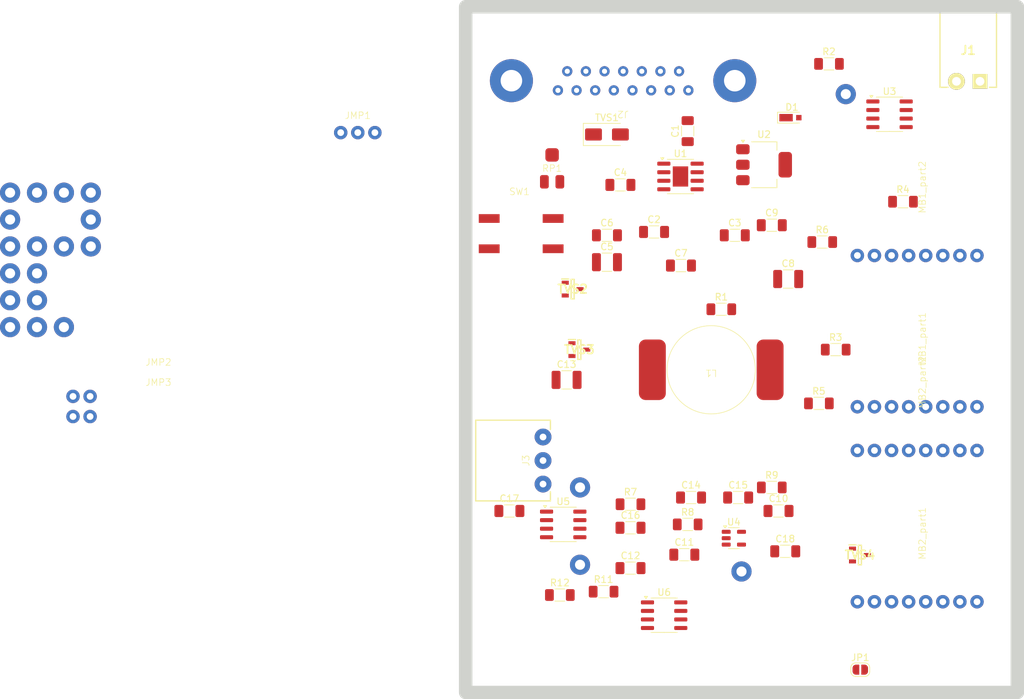
<source format=kicad_pcb>
(kicad_pcb (version 20240108) (generator "pcbnew") (generator_version "8.0")
  (layers (0 "F.Cu" signal) (31 "B.Cu" signal) (34 "B.Paste" user) (35 "F.Paste" user) (36 "B.SilkS" user "B.Silkscreen") (37 "F.SilkS" user "F.Silkscreen") (38 "B.Mask" user) (39 "F.Mask" user) (44 "Edge.Cuts" user))
  (net 0 "")
  (net 1 "Net-(TVS1-A1)")
  (net 2 "GNDA")
  (net 3 "Net-(D1-K)")
  (net 4 "Net-(U1-BOOT)")
  (net 5 "+5V")
  (net 6 "+3.3V")
  (net 7 "+3.3VA")
  (net 8 "Net-(U5-os)")
  (net 9 "Net-(U5-com)")
  (net 10 "Net-(J1-Pin_1)")
  (net 11 "/15")
  (net 12 "/4")
  (net 13 "/13")
  (net 14 "/11")
  (net 15 "/1")
  (net 16 "/5")
  (net 17 "Net-(J3-Pin_2)")
  (net 19 "Net-(TVS3-CATHODE_COMPENSATION_DIODE)")
  (net 20 "Net-(TVS4-CATHODE_COMPENSATION_DIODE)")
  (net 21 "/MB2_16")
  (net 22 "/MB1_1")
  (net 23 "/MB1_3")
  (net 24 "/MB1_2")
  (net 25 "/MB1_5")
  (net 26 "/MB1_7")
  (net 27 "/MB1_4")
  (net 28 "/MB1_6")
  (net 29 "/MB1_14")
  (net 30 "/MB1_13")
  (net 31 "/MB1_15")
  (net 32 "/MB1_12")
  (net 33 "/MB1_10")
  (net 34 "/MB1_11")
  (net 35 "/MB1_16")
  (net 36 "/MB2_7")
  (net 37 "/MB2_6")
  (net 38 "/MB2_5")
  (net 39 "/MB2_1")
  (net 40 "/MB2_2")
  (net 41 "/MB2_4")
  (net 42 "/MB2_3")
  (net 43 "/MB2_13")
  (net 44 "/MB2_12")
  (net 45 "/MB2_14")
  (net 46 "/MB2_15")
  (net 47 "/MB2_11")
  (net 48 "Net-(U3-RO)")
  (net 49 "Net-(U3-DI)")
  (net 50 "Net-(SW1A-C)")
  (net 51 "Net-(R8-Pad2)")
  (net 52 "Net-(RP1-CCW)")
  (net 53 "Net-(RP1-CW)")
  (net 54 "Net-(RP1-WIPER)")
  (net 55 "Net-(U4-V_BIAS)")
  (net 56 "Net-(U5-clk)")
  (net 63 "GNDD")
  (net 64 "Net-(U5-out)")
  (footprint "Capacitor_SMD:C_1206_3216Metric_Pad1.33x1.80mm_HandSolder" (layer "F.Cu") (at 159.5 112)
    (property "Reference" "C15" (at 0 -1.85 0) (layer "F.SilkS"))
    (property "Value" "100nF")
    (pad "1" smd roundrect (at -1.5625 0) (size 1.325 1.8) (layers "F.Cu" "F.Paste" "F.Mask") (roundrect_rratio 0.188679) (net 6 "+3.3V"))
    (pad "2" smd roundrect (at 1.5625 0) (size 1.325 1.8) (layers "F.Cu" "F.Paste" "F.Mask") (roundrect_rratio 0.188679) (net 2 "GNDA"))
  )
  (footprint "Package_SO:SOIC-8_3.9x4.9mm_P1.27mm" (layer "F.Cu") (at 133.5 116)
    (property "Reference" "U5" (at 0 -3.4 0) (layer "F.SilkS"))
    (property "Value" "~")
    (pad "1" smd roundrect (at -2.475 -1.905) (size 1.95 0.6) (layers "F.Cu" "F.Paste" "F.Mask") (net 9 "Net-(U5-com)"))
    (pad "2" smd roundrect (at -2.475 -0.635) (size 1.95 0.6) (layers "F.Cu" "F.Paste" "F.Mask") (net 2 "GNDA"))
    (pad "3" smd roundrect (at -2.475 0.635) (size 1.95 0.6) (layers "F.Cu" "F.Paste" "F.Mask") (net 2 "GNDA"))
    (pad "4" smd roundrect (at -2.475 1.905) (size 1.95 0.6) (layers "F.Cu" "F.Paste" "F.Mask") (net 6 "+3.3V"))
    (pad "5" smd roundrect (at 2.475 1.905) (size 1.95 0.6) (layers "F.Cu" "F.Paste" "F.Mask") (net 64 "Net-(U5-out)"))
    (pad "6" smd roundrect (at 2.475 0.635) (size 1.95 0.6) (layers "F.Cu" "F.Paste" "F.Mask") (net 8 "Net-(U5-os)"))
    (pad "7" smd roundrect (at 2.475 -0.635) (size 1.95 0.6) (layers "F.Cu" "F.Paste" "F.Mask") (net 6 "+3.3V"))
    (pad "8" smd roundrect (at 2.475 -1.905) (size 1.95 0.6) (layers "F.Cu" "F.Paste" "F.Mask") (net 56 "Net-(U5-clk)"))
  )
  (footprint "Capacitor_SMD:C_1206_3216Metric_Pad1.33x1.80mm_HandSolder" (layer "F.Cu") (at 159 73)
    (property "Reference" "C3" (at 0 -1.85 0) (layer "F.SilkS"))
    (property "Value" "10nF")
    (pad "1" smd roundrect (at -1.5625 0) (size 1.325 1.8) (layers "F.Cu" "F.Paste" "F.Mask") (roundrect_rratio 0.188679) (net 4 "Net-(U1-BOOT)"))
    (pad "2" smd roundrect (at 1.5625 0) (size 1.325 1.8) (layers "F.Cu" "F.Paste" "F.Mask") (roundrect_rratio 0.188679) (net 3 "Net-(D1-K)"))
  )
  (footprint "Library:testpoint_1.4mm" (layer "F.Cu") (at 55.29 66.655)
    (property "Reference" "TP4" (hide yes))
    (property "Value" "TestPoint" (hide yes))
    (pad "1" thru_hole circle (at 0 0) (size 3 3) (drill 1.5) (layers "*.Cu" "*.Mask") (net 16 "/5"))
  )
  (footprint "Library:testpoint_1.4mm" (layer "F.Cu") (at 175.5 52)
    (property "Reference" "TP5" (hide yes))
    (property "Value" "TestPoint" (hide yes))
    (pad "1" thru_hole circle (at 0 0) (size 3 3) (drill 1.5) (layers "*.Cu" "*.Mask") (net 48 "Net-(U3-RO)"))
  )
  (footprint "Package_TO_SOT_SMD:SOT-223" (layer "F.Cu") (at 163.35 62.5)
    (property "Reference" "U2" (at 0 -4.5 0) (layer "F.SilkS"))
    (property "Value" "MC33275ST-3.3T3G")
    (pad "1" smd roundrect (at -3.15 -2.3) (size 2 1.5) (layers "F.Cu" "F.Paste" "F.Mask") (net 5 "+5V"))
    (pad "2" smd roundrect (at -3.15 0) (size 2 1.5) (layers "F.Cu" "F.Paste" "F.Mask") (net 63 "GNDD"))
    (pad "3" smd roundrect (at -3.15 2.3) (size 2 1.5) (layers "F.Cu" "F.Paste" "F.Mask") (net 6 "+3.3V"))
    (pad "4" smd roundrect (at 3.15 0) (size 2 3.8) (layers "F.Cu" "F.Paste" "F.Mask") (net 63 "GNDD"))
  )
  (footprint "Library:testpoint_1.4mm" (layer "F.Cu") (at 55.29 74.655)
    (property "Reference" "TP6" (hide yes))
    (property "Value" "TestPoint" (hide yes))
    (pad "1" thru_hole circle (at 0 0) (size 3 3) (drill 1.5) (layers "*.Cu" "*.Mask") (net 14 "/11"))
  )
  (footprint "Capacitor_SMD:C_1206_3216Metric_Pad1.33x1.80mm_HandSolder" (layer "F.Cu") (at 165.5 114)
    (property "Reference" "C10" (at 0 -1.85 0) (layer "F.SilkS"))
    (property "Value" "100nF")
    (pad "1" smd roundrect (at -1.5625 0) (size 1.325 1.8) (layers "F.Cu" "F.Paste" "F.Mask") (roundrect_rratio 0.188679) (net 5 "+5V"))
    (pad "2" smd roundrect (at 1.5625 0) (size 1.325 1.8) (layers "F.Cu" "F.Paste" "F.Mask") (roundrect_rratio 0.188679) (net 2 "GNDA"))
  )
  (footprint "Library:testpoint_1.4mm" (layer "F.Cu") (at 63.29 70.655)
    (property "Reference" "TP17" (hide yes))
    (property "Value" "TestPoint" (hide yes))
    (pad "1" thru_hole circle (at 0 0) (size 3 3) (drill 1.5) (layers "*.Cu" "*.Mask") (net 39 "/MB2_1"))
  )
  (footprint "Capacitor_SMD:C_1206_3216Metric_Pad1.33x1.80mm_HandSolder" (layer "F.Cu") (at 151 77.5)
    (property "Reference" "C7" (at 0 -1.85 0) (layer "F.SilkS"))
    (property "Value" "100nF")
    (pad "1" smd roundrect (at -1.5625 0) (size 1.325 1.8) (layers "F.Cu" "F.Paste" "F.Mask") (roundrect_rratio 0.188679) (net 6 "+3.3V"))
    (pad "2" smd roundrect (at 1.5625 0) (size 1.325 1.8) (layers "F.Cu" "F.Paste" "F.Mask") (roundrect_rratio 0.188679) (net 63 "GNDD"))
  )
  (footprint "Library:testpoint_1.4mm" (layer "F.Cu") (at 51.29 82.655)
    (property "Reference" "TP2" (hide yes))
    (property "Value" "TestPoint" (hide yes))
    (pad "1" thru_hole circle (at 0 0) (size 3 3) (drill 1.5) (layers "*.Cu" "*.Mask") (net 6 "+3.3V"))
  )
  (footprint "Library:Pin_Header_1x3_P3.5mm" (layer "F.Cu") (at 130.6 106.5 90)
    (property "Reference" "J3" (at 0 -2.64 90) (layer "F.SilkS") (effects (font (thickness 0.1))))
    (property "Value" "Conn_01x03_Socket")
    (pad "1" thru_hole circle (at -3.5 -0.1 90) (size 2.5 2.5) (drill 1) (layers "*.Cu" "*.Mask") (net 5 "+5V"))
    (pad "2" thru_hole circle (at 0 -0.1 90) (size 2.5 2.5) (drill 1) (layers "*.Cu" "*.Mask" "Eco1.User") (net 2 "GNDA"))
    (pad "3" thru_hole circle (at 3.5 -0.1 90) (size 2.5 2.5) (drill 1) (layers "*.Cu" "*.Mask") (net 17 "Net-(J3-Pin_2)"))
  )
  (footprint "Capacitor_SMD:C_1206_3216Metric_Pad1.33x1.80mm_HandSolder" (layer "F.Cu") (at 151.5 120.5)
    (property "Reference" "C11" (at 0 -1.85 0) (layer "F.SilkS"))
    (property "Value" "100nF")
    (pad "1" smd roundrect (at -1.5625 0) (size 1.325 1.8) (layers "F.Cu" "F.Paste" "F.Mask") (roundrect_rratio 0.188679) (net 7 "+3.3VA"))
    (pad "2" smd roundrect (at 1.5625 0) (size 1.325 1.8) (layers "F.Cu" "F.Paste" "F.Mask") (roundrect_rratio 0.188679) (net 2 "GNDA"))
  )
  (footprint "Library:SL35290G" (layer "F.Cu") (at 193.5 46)
    (property "Reference" "J1" (at 0.2 -0.513 0) (layer "F.SilkS") (effects (font (size 1.27 1.27) (thickness 0.254))))
    (property "Value" "Conn_01x02_Socket" (hide yes))
    (pad "1" thru_hole rect (at 1.95 4.1 270) (size 2.2 2.2) (drill 1.3) (layers "*.Cu" "*.Mask" "F.SilkS") (net 10 "Net-(J1-Pin_1)"))
    (pad "2" thru_hole circle (at -1.55 4.1 270) (size 2.5 2.5) (drill 1.3) (layers "*.Cu" "*.Mask" "F.SilkS") (net 63 "GNDD"))
  )
  (footprint "Library:15PinDsub" (layer "F.Cu") (at 142.4 45.7 180)
    (property "Reference" "J2" (at 0 -9.2964 180) (layer "F.SilkS") (effects (font (thickness 0.1))))
    (property "Value" "L717HDE15P")
    (pad "1" thru_hole circle (at -9.705 -5.74 180) (size 1.524 1.524) (drill 0.762) (layers "*.Cu" "*.Mask") (net 15 "/1"))
    (pad "2" thru_hole circle (at -6.935 -5.74 180) (size 1.524 1.524) (drill 0.762) (layers "*.Cu" "*.Mask") (net 63 "GNDD"))
    (pad "3" thru_hole circle (at -4.165 -5.74 180) (size 1.524 1.524) (drill 0.762) (layers "*.Cu" "*.Mask") (net 63 "GNDD"))
    (pad "4" thru_hole circle (at -1.395 -5.74 180) (size 1.524 1.524) (drill 0.762) (layers "*.Cu" "*.Mask") (net 12 "/4"))
    (pad "5" thru_hole circle (at 1.375 -5.74 180) (size 1.524 1.524) (drill 0.762) (layers "*.Cu" "*.Mask") (net 16 "/5"))
    (pad "6" thru_hole circle (at 4.145 -5.74 180) (size 1.524 1.524) (drill 0.762) (layers "*.Cu" "*.Mask") (net 63 "GNDD"))
    (pad "7" thru_hole circle (at 6.915 -5.74 180) (size 1.524 1.524) (drill 0.762) (layers "*.Cu" "*.Mask") (net 63 "GNDD"))
    (pad "8" thru_hole circle (at 9.685 -5.74 180) (size 1.524 1.524) (drill 0.762) (layers "*.Cu" "*.Mask") (net 11 "/15"))
    (pad "9" thru_hole circle (at -8.32 -2.9) (size 1.524 1.524) (drill 0.762) (layers "*.Cu" "*.Mask") (net 15 "/1"))
    (pad "10" thru_hole circle (at -5.55 -2.9) (size 1.524 1.524) (drill 0.762) (layers "*.Cu" "*.Mask") (net 63 "GNDD"))
    (pad "11" thru_hole circle (at -2.78 -2.9) (size 1.524 1.524) (drill 0.762) (layers "*.Cu" "*.Mask") (net 14 "/11"))
    (pad "12" thru_hole circle (at -0.01 -2.9) (size 1.524 1.524) (drill 0.762) (layers "*.Cu" "*.Mask") (net 63 "GNDD"))
    (pad "13" thru_hole circle (at 2.76 -2.9) (size 1.524 1.524) (drill 0.762) (layers "*.Cu" "*.Mask") (net 13 "/13"))
    (pad "14" thru_hole circle (at 5.53 -2.9) (size 1.524 1.524) (drill 0.762) (layers "*.Cu" "*.Mask") (net 63 "GNDD"))
    (pad "15" thru_hole circle (at 8.3 -2.9) (size 1.524 1.524) (drill 0.762) (layers "*.Cu" "*.Mask") (net 11 "/15"))
    (pad "16" thru_hole circle (at -16.6 -4.3 180) (size 6.4 6.4) (drill 3.2) (layers "*.Cu" "*.Mask") (net 63 "GNDD"))
    (pad "16" thru_hole circle (at 16.6 -4.3 180) (size 6.4 6.4) (drill 3.2) (layers "*.Cu" "*.Mask") (net 63 "GNDD"))
  )
  (footprint "Library:testpoint_1.4mm" (layer "F.Cu") (at 55.29 78.655)
    (property "Reference" "TP7" (hide yes))
    (property "Value" "5V" (hide yes))
    (pad "1" thru_hole circle (at 0 0) (size 3 3) (drill 1.5) (layers "*.Cu" "*.Mask") (net 33 "/MB1_10"))
  )
  (footprint "Capacitor_SMD:C_1206_3216Metric_Pad1.33x1.80mm_HandSolder" (layer "F.Cu") (at 142 65.5)
    (property "Reference" "C4" (at 0 -1.85 0) (layer "F.SilkS"))
    (property "Value" "10nF")
    (pad "1" smd roundrect (at -1.5625 0) (size 1.325 1.8) (layers "F.Cu" "F.Paste" "F.Mask") (roundrect_rratio 0.188679) (net 5 "+5V"))
    (pad "2" smd roundrect (at 1.5625 0) (size 1.325 1.8) (layers "F.Cu" "F.Paste" "F.Mask") (roundrect_rratio 0.188679) (net 63 "GNDD"))
  )
  (footprint "Library:MB1x8Pins" (layer "F.Cu") (at 187.38 117.34 90)
    (property "Reference" "MB2_part1" (at 0 -0.5 90) (layer "F.SilkS") (effects (font (thickness 0.1))))
    (property "Value" "Conn_01x08_Pin")
    (pad "1" thru_hole circle (at -10.16 -10.16 90) (size 2 2) (drill 1) (layers "*.Cu" "*.Mask") (net 39 "/MB2_1"))
    (pad "2" thru_hole circle (at -10.16 -7.62 90) (size 2 2) (drill 1) (layers "*.Cu" "*.Mask") (net 40 "/MB2_2"))
    (pad "3" thru_hole circle (at -10.16 -5.08 90) (size 2 2) (drill 1) (layers "*.Cu" "*.Mask") (net 42 "/MB2_3"))
    (pad "4" thru_hole circle (at -10.16 -2.54 90) (size 2 2) (drill 1) (layers "*.Cu" "*.Mask") (net 41 "/MB2_4"))
    (pad "5" thru_hole circle (at -10.16 0 90) (size 2 2) (drill 1) (layers "*.Cu" "*.Mask") (net 38 "/MB2_5"))
    (pad "6" thru_hole circle (at -10.16 2.54 90) (size 2 2) (drill 1) (layers "*.Cu" "*.Mask") (net 37 "/MB2_6"))
    (pad "7" thru_hole circle (at -10.16 5.08 90) (size 2 2) (drill 1) (layers "*.Cu" "*.Mask") (net 36 "/MB2_7"))
    (pad "8" thru_hole circle (at -10.16 7.62 90) (size 2 2) (drill 1) (layers "*.Cu" "*.Mask") (net 63 "GNDD"))
  )
  (footprint "Library:testpoint_1.4mm" (layer "F.Cu") (at 59.29 66.655)
    (property "Reference" "TP10" (hide yes))
    (property "Value" "~" (hide yes))
    (pad "1" thru_hole circle (at 0 0) (size 3 3) (drill 1.5) (layers "*.Cu" "*.Mask") (net 7 "+3.3VA"))
  )
  (footprint "Library:testpoint_1.4mm" (layer "F.Cu") (at 160 123)
    (property "Reference" "TP11" (hide yes))
    (property "Value" "~" (hide yes))
    (pad "1" thru_hole circle (at 0 0) (size 3 3) (drill 1.5) (layers "*.Cu" "*.Mask") (net 55 "Net-(U4-V_BIAS)"))
  )
  (footprint "Library:testpoint_1.4mm" (layer "F.Cu") (at 63.29 66.655)
    (property "Reference" "TP16" (hide yes))
    (property "Value" "TestPoint" (hide yes))
    (pad "1" thru_hole circle (at 0 0) (size 3 3) (drill 1.5) (layers "*.Cu" "*.Mask") (net 2 "GNDA"))
  )
  (footprint "Diode_SMD:D_MicroSMP_AK" (layer "F.Cu") (at 167.5 55.5)
    (property "Reference" "D1" (at 0 -1.55 0) (layer "F.SilkS"))
    (property "Value" "SB120")
    (pad "1" smd rect (at -0.88 0) (size 2 1.1) (layers "F.Cu" "F.Paste" "F.Mask") (net 3 "Net-(D1-K)"))
    (pad "2" smd rect (at 1.02 0) (size 0.8 0.8) (layers "F.Cu" "F.Paste" "F.Mask") (net 63 "GNDD"))
  )
  (footprint "Library:testpoint_1.4mm" (layer "F.Cu") (at 55.29 82.655)
    (property "Reference" "TP8" (hide yes))
    (property "Value" "TestPoint" (hide yes))
    (pad "1" thru_hole circle (at 0 0) (size 3 3) (drill 1.5) (layers "*.Cu" "*.Mask") (net 49 "Net-(U3-DI)"))
  )
  (footprint "Capacitor_SMD:C_1206_3216Metric_Pad1.33x1.80mm_HandSolder" (layer "F.Cu") (at 143.5 122.5)
    (property "Reference" "C12" (at 0 -1.85 0) (layer "F.SilkS"))
    (property "Value" "10μF")
    (pad "1" smd roundrect (at -1.5625 0) (size 1.325 1.8) (layers "F.Cu" "F.Paste" "F.Mask") (roundrect_rratio 0.188679) (net 7 "+3.3VA"))
    (pad "2" smd roundrect (at 1.5625 0) (size 1.325 1.8) (layers "F.Cu" "F.Paste" "F.Mask") (roundrect_rratio 0.188679) (net 2 "GNDA"))
  )
  (footprint "Library:testpoint_1.4mm" (layer "F.Cu") (at 59.29 74.655)
    (property "Reference" "TP12" (hide yes))
    (property "Value" "TestPoint" (hide yes))
    (pad "1" thru_hole circle (at 0 0) (size 3 3) (drill 1.5) (layers "*.Cu" "*.Mask") (net 19 "Net-(TVS3-CATHODE_COMPENSATION_DIODE)"))
  )
  (footprint "Package_SO:SOIC-8_3.9x4.9mm_P1.27mm" (layer "F.Cu") (at 182 55)
    (property "Reference" "U3" (at 0 -3.4 0) (layer "F.SilkS"))
    (property "Value" "ADM3488ExR")
    (pad "1" smd roundrect (at -2.475 -1.905) (size 1.95 0.6) (layers "F.Cu" "F.Paste" "F.Mask") (net 6 "+3.3V"))
    (pad "2" smd roundrect (at -2.475 -0.635) (size 1.95 0.6) (layers "F.Cu" "F.Paste" "F.Mask") (net 48 "Net-(U3-RO)"))
    (pad "3" smd roundrect (at -2.475 0.635) (size 1.95 0.6) (layers "F.Cu" "F.Paste" "F.Mask") (net 49 "Net-(U3-DI)"))
    (pad "4" smd roundrect (at -2.475 1.905) (size 1.95 0.6) (layers "F.Cu" "F.Paste" "F.Mask") (net 63 "GNDD"))
    (pad "5" smd roundrect (at 2.475 1.905) (size 1.95 0.6) (layers "F.Cu" "F.Paste" "F.Mask") (net 12 "/4"))
    (pad "6" smd roundrect (at 2.475 0.635) (size 1.95 0.6) (layers "F.Cu" "F.Paste" "F.Mask") (net 14 "/11"))
    (pad "7" smd roundrect (at 2.475 -0.635) (size 1.95 0.6) (layers "F.Cu" "F.Paste" "F.Mask") (net 16 "/5"))
    (pad "8" smd roundrect (at 2.475 -1.905) (size 1.95 0.6) (layers "F.Cu" "F.Paste" "F.Mask") (net 13 "/13"))
  )
  (footprint "Library:SOT95P230X110-3N" (layer "F.Cu") (at 135.9 90)
    (property "Reference" "TVS3" (at 0 0 0) (layer "F.SilkS") (effects (font (size 1.27 1.27) (thickness 0.254))))
    (property "Value" "PESD3V3U1UT,215" (hide yes))
    (pad "1" smd rect (at -1.1 -0.95 90) (size 0.6 1.05) (layers "F.Cu" "F.Paste" "F.Mask") (net 19 "Net-(TVS3-CATHODE_COMPENSATION_DIODE)"))
    (pad "2" smd rect (at -1.1 0.95 90) (size 0.6 1.05) (layers "F.Cu" "F.Paste" "F.Mask") (net 19 "Net-(TVS3-CATHODE_COMPENSATION_DIODE)"))
    (pad "3" smd rect (at 1.1 0 90) (size 0.6 1.05) (layers "F.Cu" "F.Paste" "F.Mask") (net 63 "GNDD"))
  )
  (footprint "Library:testpoint_1.4mm" (layer "F.Cu") (at 136 110.5)
    (property "Reference" "TP13" (hide yes))
    (property "Value" "TestPoint" (hide yes))
    (pad "1" thru_hole circle (at 0 0) (size 3 3) (drill 1.5) (layers "*.Cu" "*.Mask") (net 56 "Net-(U5-clk)"))
  )
  (footprint "Capacitor_SMD:C_1210_3225Metric_Pad1.33x2.70mm_HandSolder" (layer "F.Cu") (at 134 94.5)
    (property "Reference" "C13" (at 0 -2.3 0) (layer "F.SilkS"))
    (property "Value" "10uF")
    (pad "1" smd roundrect (at -1.5625 0) (size 1.325 2.7) (layers "F.Cu" "F.Paste" "F.Mask") (roundrect_rratio 0.188679) (net 5 "+5V"))
    (pad "2" smd roundrect (at 1.5625 0) (size 1.325 2.7) (layers "F.Cu" "F.Paste" "F.Mask") (roundrect_rratio 0.188679) (net 63 "GNDD"))
  )
  (footprint "Jumper:SolderJumper-2_P1.3mm_Open_RoundedPad1.0x1.5mm" (layer "F.Cu") (at 177.654105 137.604864)
    (property "Reference" "JP1" (at 0 -1.8 0) (layer "F.SilkS"))
    (property "Value" "SolderJumper_2_Open")
    (pad "1" smd custom (at -0.65 0) (size 1 0.5) (layers "F.Cu" "F.Mask") (net 2 "GNDA") (options (clearance outline) (anchor rect)) (primitives (gr_circle (center 0 0.25) (end 0.5 0.25) (width 0) (fill yes)) (gr_circle (center 0 -0.25) (end 0.5 -0.25) (width 0) (fill yes)) (gr_poly (pts (xy 0.5 0.75) (xy 0 0.75) (xy 0 -0.75) (xy 0.5 -0.75)) (width 0) (fill yes))))
    (pad "2" smd custom (at 0.65 0) (size 1 0.5) (layers "F.Cu" "F.Mask") (net 63 "GNDD") (options (clearance outline) (anchor rect)) (primitives (gr_circle (center 0 0.25) (end 0.5 0.25) (width 0) (fill yes)) (gr_circle (center 0 -0.25) (end 0.5 -0.25) (width 0) (fill yes)) (gr_poly (pts (xy 0 0.75) (xy -0.5 0.75) (xy -0.5 -0.75) (xy 0 -0.75)) (width 0) (fill yes))))
  )
  (footprint "Resistor_SMD:R_1206_3216Metric_Pad1.30x1.75mm_HandSolder" (layer "F.Cu") (at 164.5 110.5)
    (property "Reference" "R9" (at 0 -1.82 0) (layer "F.SilkS"))
    (property "Value" "10kΩ")
    (pad "1" smd roundrect (at -1.55 0) (size 1.3 1.75) (layers "F.Cu" "F.Paste" "F.Mask") (roundrect_rratio 0.192308) (net 51 "Net-(R8-Pad2)"))
    (pad "2" smd roundrect (at 1.55 0) (size 1.3 1.75) (layers "F.Cu" "F.Paste" "F.Mask") (roundrect_rratio 0.192308) (net 2 "GNDA"))
  )
  (footprint "Library:Pin_Header_2x1_P2.54mm_Vertical" (layer "F.Cu") (at 60.64 99.955)
    (property "Reference" "JMP3" (at 12.7 -5.08 0) (layer "F.SilkS") (effects (font (thickness 0.1))))
    (property "Value" "~")
    (pad "1" thru_hole circle (at 0 0) (size 2 2) (drill 1) (layers "*.Cu" "*.Mask") (net 21 "/MB2_16"))
    (pad "2" thru_hole circle (at 2.54 0) (size 2 2) (drill 1) (layers "*.Cu" "*.Mask") (net 20 "Net-(TVS4-CATHODE_COMPENSATION_DIODE)"))
  )
  (footprint "Capacitor_SMD:C_1206_3216Metric_Pad1.33x1.80mm_HandSolder" (layer "F.Cu") (at 152 57.5 90)
    (property "Reference" "C1" (at 0 -1.85 90) (layer "F.SilkS"))
    (property "Value" "4.7uF")
    (pad "1" smd roundrect (at -1.5625 0 90) (size 1.325 1.8) (layers "F.Cu" "F.Paste" "F.Mask") (roundrect_rratio 0.188679) (net 1 "Net-(TVS1-A1)"))
    (pad "2" smd roundrect (at 1.5625 0 90) (size 1.325 1.8) (layers "F.Cu" "F.Paste" "F.Mask") (roundrect_rratio 0.188679) (net 63 "GNDD"))
  )
  (footprint "Package_TO_SOT_SMD:SOT-23-5" (layer "F.Cu") (at 158.8625 118.05)
    (property "Reference" "U4" (at 0 -2.4 0) (layer "F.SilkS"))
    (property "Value" "~")
    (pad "1" smd roundrect (at -1.1375 -0.95) (size 1.325 0.6) (layers "F.Cu" "F.Paste" "F.Mask") (net 5 "+5V"))
    (pad "2" smd roundrect (at -1.1375 0) (size 1.325 0.6) (layers "F.Cu" "F.Paste" "F.Mask") (net 5 "+5V"))
    (pad "3" smd roundrect (at -1.1375 0.95) (size 1.325 0.6) (layers "F.Cu" "F.Paste" "F.Mask") (net 7 "+3.3VA"))
    (pad "4" smd roundrect (at 1.1375 0.95) (size 1.325 0.6) (layers "F.Cu" "F.Paste" "F.Mask") (net 55 "Net-(U4-V_BIAS)"))
    (pad "5" smd roundrect (at 1.1375 -0.95) (size 1.325 0.6) (layers "F.Cu" "F.Paste" "F.Mask") (net 2 "GNDA"))
  )
  (footprint "Library:testpoint_1.4mm" (layer "F.Cu") (at 51.29 70.655)
    (property "Reference" "TG2" (hide yes))
    (property "Value" "TestPoint" (hide yes))
    (pad "1" thru_hole circle (at 0 0) (size 3 3) (drill 1.5) (layers "*.Cu" "*.Mask") (net 63 "GNDD"))
  )
  (footprint "Library:testpoint_1.4mm" (layer "F.Cu") (at 51.29 66.655)
    (property "Reference" "TG1" (hide yes))
    (property "Value" "TestPoint" (hide yes))
    (pad "1" thru_hole circle (at 0 0) (size 3 3) (drill 1.5) (layers "*.Cu" "*.Mask") (net 63 "GNDD"))
  )
  (footprint "Library:testpoint_1.4mm" (layer "F.Cu") (at 55.29 86.655)
    (property "Reference" "TP9" (hide yes))
    (property "Value" "~" (hide yes))
    (pad "1" thru_hole circle (at 0 0) (size 3 3) (drill 1.5) (layers "*.Cu" "*.Mask") (net 50 "Net-(SW1A-C)"))
  )
  (footprint "Library:MB1x8Pins_part2" (layer "F.Cu") (at 187.38 65.84 90)
    (property "Reference" "MB1_part2" (at 0 -0.5 90) (layer "F.SilkS") (effects (font (thickness 0.1))))
    (property "Value" "Conn_01x08_Pin")
    (pad "9" thru_hole circle (at -10.16 7.62 90) (size 2 2) (drill 1) (layers "*.Cu" "*.Mask") (net 63 "GNDD"))
    (pad "10" thru_hole circle (at -10.16 5.08 90) (size 2 2) (drill 1) (layers "*.Cu" "*.Mask") (net 33 "/MB1_10"))
    (pad "11" thru_hole circle (at -10.16 2.54 90) (size 2 2) (drill 1) (layers "*.Cu" "*.Mask") (net 34 "/MB1_11"))
    (pad "12" thru_hole circle (at -10.16 0 90) (size 2 2) (drill 1) (layers "*.Cu" "*.Mask") (net 32 "/MB1_12"))
    (pad "13" thru_hole circle (at -10.16 -2.54 90) (size 2 2) (drill 1) (layers "*.Cu" "*.Mask") (net 30 "/MB1_13"))
    (pad "14" thru_hole circle (at -10.16 -5.08 90) (size 2 2) (drill 1) (layers "*.Cu" "*.Mask") (net 29 "/MB1_14"))
    (pad "15" thru_hole circle (at -10.16 -7.62 90) (size 2 2) (drill 1) (layers "*.Cu" "*.Mask") (net 31 "/MB1_15"))
    (pad "16" thru_hole circle (at -10.16 -10.16 90) (size 2 2) (drill 1) (layers "*.Cu" "*.Mask") (net 35 "/MB1_16"))
  )
  (footprint "Capacitor_SMD:C_1206_3216Metric_Pad1.33x1.80mm_HandSolder" (layer "F.Cu") (at 166.5 120)
    (property "Reference" "C18" (at 0 -1.85 0) (layer "F.SilkS"))
    (property "Value" "100nF")
    (pad "1" smd roundrect (at -1.5625 0) (size 1.325 1.8) (layers "F.Cu" "F.Paste" "F.Mask") (roundrect_rratio 0.188679) (net 6 "+3.3V"))
    (pad "2" smd roundrect (at 1.5625 0) (size 1.325 1.8) (layers "F.Cu" "F.Paste" "F.Mask") (roundrect_rratio 0.188679) (net 2 "GNDA"))
  )
  (footprint "Resistor_SMD:R_1206_3216Metric_Pad1.30x1.75mm_HandSolder" (layer "F.Cu") (at 133 126.5)
    (property "Reference" "R12" (at 0 -1.82 0) (layer "F.SilkS"))
    (property "Value" "10kΩ")
    (pad "1" smd roundrect (at -1.55 0) (size 1.3 1.75) (layers "F.Cu" "F.Paste" "F.Mask") (roundrect_rratio 0.192308) (net 53 "Net-(RP1-CW)"))
    (pad "2" smd roundrect (at 1.55 0) (size 1.3 1.75) (layers "F.Cu" "F.Paste" "F.Mask") (roundrect_rratio 0.192308) (net 2 "GNDA"))
  )
  (footprint "Resistor_SMD:R_1206_3216Metric_Pad1.30x1.75mm_HandSolder" (layer "F.Cu") (at 184 68)
    (property "Reference" "R4" (at 0 -1.82 0) (layer "F.SilkS"))
    (property "Value" "68Ω")
    (pad "1" smd roundrect (at -1.55 0) (size 1.3 1.75) (layers "F.Cu" "F.Paste" "F.Mask") (roundrect_rratio 0.192308) (net 49 "Net-(U3-DI)"))
    (pad "2" smd roundrect (at 1.55 0) (size 1.3 1.75) (layers "F.Cu" "F.Paste" "F.Mask") (roundrect_rratio 0.192308) (net 30 "/MB1_13"))
  )
  (footprint "Library:testpoint_1.4mm" (layer "F.Cu") (at 59.29 86.655)
    (property "Reference" "TP15" (hide yes))
    (property "Value" "TestPoint" (hide yes))
    (pad "1" thru_hole circle (at 0 0) (size 3 3) (drill 1.5) (layers "*.Cu" "*.Mask") (net 54 "Net-(RP1-WIPER)"))
  )
  (footprint "Package_SO:SOIC-8_3.9x4.9mm_P1.27mm" (layer "F.Cu") (at 148.5 129.5)
    (property "Reference" "U6" (at 0 -3.4 0) (layer "F.SilkS"))
    (property "Value" "LT1789")
    (pad "1" smd roundrect (at -2.475 -1.905) (size 1.95 0.6) (layers "F.Cu" "F.Paste" "F.Mask"))
    (pad "2" smd roundrect (at -2.475 -0.635) (size 1.95 0.6) (layers "F.Cu" "F.Paste" "F.Mask") (net 54 "Net-(RP1-WIPER)"))
    (pad "3" smd roundrect (at -2.475 0.635) (size 1.95 0.6) (layers "F.Cu" "F.Paste" "F.Mask") (net 64 "Net-(U5-out)"))
    (pad "4" smd roundrect (at -2.475 1.905) (size 1.95 0.6) (layers "F.Cu" "F.Paste" "F.Mask") (net 2 "GNDA"))
    (pad "5" smd roundrect (at 2.475 1.905) (size 1.95 0.6) (layers "F.Cu" "F.Paste" "F.Mask"))
    (pad "6" smd roundrect (at 2.475 0.635) (size 1.95 0.6) (layers "F.Cu" "F.Paste" "F.Mask") (net 39 "/MB2_1"))
    (pad "7" smd roundrect (at 2.475 -0.635) (size 1.95 0.6) (layers "F.Cu" "F.Paste" "F.Mask") (net 6 "+3.3V"))
    (pad "8" smd roundrect (at 2.475 -1.905) (size 1.95 0.6) (layers "F.Cu" "F.Paste" "F.Mask") (net 2 "GNDA"))
  )
  (footprint "Library:MB1x8Pins" (layer "F.Cu") (at 187.38 88.34 90)
    (property "Reference" "MB1_part1" (at 0 -0.5 90) (layer "F.SilkS") (effects (font (thickness 0.1))))
    (property "Value" "Conn_01x08_Pin")
    (pad "1" thru_hole circle (at -10.16 -10.16 90) (size 2 2) (drill 1) (layers "*.Cu" "*.Mask") (net 22 "/MB1_1"))
    (pad "2" thru_hole circle (at -10.16 -7.62 90) (size 2 2) (drill 1) (layers "*.Cu" "*.Mask") (net 24 "/MB1_2"))
    (pad "3" thru_hole circle (at -10.16 -5.08 90) (size 2 2) (drill 1) (layers "*.Cu" "*.Mask") (net 23 "/MB1_3"))
    (pad "4" thru_hole circle (at -10.16 -2.54 90) (size 2 2) (drill 1) (layers "*.Cu" "*.Mask") (net 27 "/MB1_4"))
    (pad "5" thru_hole circle (at -10.16 0 90) (size 2 2) (drill 1) (layers "*.Cu" "*.Mask") (net 25 "/MB1_5"))
    (pad "6" thru_hole circle (at -10.16 2.54 90) (size 2 2) (drill 1) (layers "*.Cu" "*.Mask") (net 28 "/MB1_6"))
    (pad "7" thru_hole circle (at -10.16 5.08 90) (size 2 2) (drill 1) (layers "*.Cu" "*.Mask") (net 26 "/MB1_7"))
    (pad "8" thru_hole circle (at -10.16 7.62 90) (size 2 2) (drill 1) (layers "*.Cu" "*.Mask") (net 63 "GNDD"))
  )
  (footprint "Resistor_SMD:R_1206_3216Metric_Pad1.30x1.75mm_HandSolder" (layer "F.Cu") (at 171.5 98)
    (property "Reference" "R5" (at 0 -1.82 0) (layer "F.SilkS"))
    (property "Value" "330Ω")
    (pad "1" smd roundrect (at -1.55 0) (size 1.3 1.75) (layers "F.Cu" "F.Paste" "F.Mask") (roundrect_rratio 0.192308) (net 22 "/MB1_1"))
    (pad "2" smd roundrect (at 1.55 0) (size 1.3 1.75) (layers "F.Cu" "F.Paste" "F.Mask") (roundrect_rratio 0.192308) (net 50 "Net-(SW1A-C)"))
  )
  (footprint "Library:testpoint_1.4mm" (layer "F.Cu") (at 136 122)
    (property "Reference" "TP14" (hide yes))
    (property "Value" "TestPoint" (hide yes))
    (pad "1" thru_hole circle (at 0 0) (size 3 3) (drill 1.5) (layers "*.Cu" "*.Mask") (net 64 "Net-(U5-out)"))
  )
  (footprint "Library:SOT95P230X110-3N" (layer "F.Cu") (at 177.6 120.55)
    (property "Reference" "TVS4" (at 0 0 0) (layer "F.SilkS") (effects (font (size 1.27 1.27) (thickness 0.254))))
    (property "Value" "PESD3V3U1UT,215" (hide yes))
    (pad "1" smd rect (at -1.1 -0.95 90) (size 0.6 1.05) (layers "F.Cu" "F.Paste" "F.Mask") (net 20 "Net-(TVS4-CATHODE_COMPENSATION_DIODE)"))
    (pad "2" smd rect (at -1.1 0.95 90) (size 0.6 1.05) (layers "F.Cu" "F.Paste" "F.Mask") (net 20 "Net-(TVS4-CATHODE_COMPENSATION_DIODE)"))
    (pad "3" smd rect (at 1.1 0 90) (size 0.6 1.05) (layers "F.Cu" "F.Paste" "F.Mask") (net 63 "GNDD"))
  )
  (footprint "Library:testpoint_1.4mm" (layer "F.Cu") (at 51.29 78.655)
    (property "Reference" "TP1" (hide yes))
    (property "Value" "TestPoint" (hide yes))
    (pad "1" thru_hole circle (at 0 0) (size 3 3) (drill 1.5) (layers "*.Cu" "*.Mask") (net 5 "+5V"))
  )
  (footprint "Resistor_SMD:R_1206_3216Metric_Pad1.30x1.75mm_HandSolder" (layer "F.Cu") (at 172 74)
    (property "Reference" "R6" (at 0 -1.82 0) (layer "F.SilkS"))
    (property "Value" "47kΩ")
    (pad "1" smd roundrect (at -1.55 0) (size 1.3 1.75) (layers "F.Cu" "F.Paste" "F.Mask") (roundrect_rratio 0.192308) (net 6 "+3.3V"))
    (pad "2" smd roundrect (at 1.55 0) (size 1.3 1.75) (layers "F.Cu" "F.Paste" "F.Mask") (roundrect_rratio 0.192308) (net 50 "Net-(SW1A-C)"))
  )
  (footprint "Resistor_SMD:R_1206_3216Metric_Pad1.30x1.75mm_HandSolder" (layer "F.Cu") (at 174 90)
    (property "Reference" "R3" (at 0 -1.82 0) (layer "F.SilkS"))
    (property "Value" "120Ω")
    (pad "1" smd roundrect (at -1.55 0) (size 1.3 1.75) (layers "F.Cu" "F.Paste" "F.Mask") (roundrect_rratio 0.192308) (net 14 "/11"))
    (pad "2" smd roundrect (at 1.55 0) (size 1.3 1.75) (layers "F.Cu" "F.Paste" "F.Mask") (roundrect_rratio 0.192308) (net 12 "/4"))
  )
  (footprint "Capacitor_SMD:C_1206_3216Metric_Pad1.33x1.80mm_HandSolder" (layer "F.Cu") (at 140 73)
    (property "Reference" "C6" (at 0 -1.85 0) (layer "F.SilkS"))
    (property "Value" "100nF")
    (pad "1" smd roundrect (at -1.5625 0) (size 1.325 1.8) (layers "F.Cu" "F.Paste" "F.Mask") (roundrect_rratio 0.188679) (net 5 "+5V"))
    (pad "2" smd roundrect (at 1.5625 0) (size 1.325 1.8) (layers "F.Cu" "F.Paste" "F.Mask") (roundrect_rratio 0.188679) (net 63 "GNDD"))
  )
  (footprint "Capacitor_SMD:C_1210_3225Metric_Pad1.33x2.70mm_HandSolder" (layer "F.Cu") (at 166.9375 79.5)
    (property "Reference" "C8" (at 0 -2.3 0) (layer "F.SilkS"))
    (property "Value" "10uF")
    (pad "1" smd roundrect (at -1.5625 0) (size 1.325 2.7) (layers "F.Cu" "F.Paste" "F.Mask") (roundrect_rratio 0.188679) (net 6 "+3.3V"))
    (pad "2" smd roundrect (at 1.5625 0) (size 1.325 2.7) (layers "F.Cu" "F.Paste" "F.Mask") (roundrect_rratio 0.188679) (net 63 "GNDD"))
  )
  (footprint "Diode_SMD:D_SMA" (layer "F.Cu") (at 140 58)
    (property "Reference" "TVS1" (at 0 -2.5 0) (layer "F.SilkS"))
    (property "Value" "SMAJ26A")
    (pad "1" smd roundrect (at -2 0) (size 2.5 1.8) (layers "F.Cu" "F.Paste" "F.Mask") (roundrect_rratio 0.1388888889) (net 1 "Net-(TVS1-A1)"))
    (pad "2" smd roundrect (at 2 0) (size 2.5 1.8) (layers "F.Cu" "F.Paste" "F.Mask") (roundrect_rratio 0.1388888889) (net 63 "GNDD"))
  )
  (footprint "Capacitor_SMD:C_1206_3216Metric_Pad1.33x1.80mm_HandSolder" (layer "F.Cu") (at 164.5 71.5)
    (property "Reference" "C9" (at 0 -1.85 0) (layer "F.SilkS"))
    (property "Value" "100nF")
    (pad "1" smd roundrect (at -1.5625 0) (size 1.325 1.8) (layers "F.Cu" "F.Paste" "F.Mask") (roundrect_rratio 0.188679) (net 6 "+3.3V"))
    (pad "2" smd roundrect (at 1.5625 0) (size 1.325 1.8) (layers "F.Cu" "F.Paste" "F.Mask") (roundrect_rratio 0.188679) (net 63 "GNDD"))
  )
  (footprint "Resistor_SMD:R_1206_3216Metric_Pad1.30x1.75mm_HandSolder" (layer "F.Cu") (at 143.5 113)
    (property "Reference" "R7" (at 0 -1.82 0) (layer "F.SilkS"))
    (property "Value" "68Ω")
    (pad "1" smd roundrect (at -1.55 0) (size 1.3 1.75) (layers "F.Cu" "F.Paste" "F.Mask") (roundrect_rratio 0.192308) (net 20 "Net-(TVS4-CATHODE_COMPENSATION_DIODE)"))
    (pad "2" smd roundrect (at 1.55 0) (size 1.3 1.75) (layers "F.Cu" "F.Paste" "F.Mask") (roundrect_rratio 0.192308) (net 56 "Net-(U5-clk)"))
  )
  (footprint "Capacitor_SMD:C_1206_3216Metric_Pad1.33x1.80mm_HandSolder" (layer "F.Cu") (at 152.5 112)
    (property "Reference" "C14" (at 0 -1.85 0) (layer "F.SilkS"))
    (property "Value" "100nF")
    (pad "1" smd roundrect (at -1.5625 0) (size 1.325 1.8) (layers "F.Cu" "F.Paste" "F.Mask") (roundrect_rratio 0.188679) (net 2 "GNDA"))
    (pad "2" smd roundrect (at 1.5625 0) (size 1.325 1.8) (layers "F.Cu" "F.Paste" "F.Mask") (roundrect_rratio 0.188679) (net 2 "GNDA"))
  )
  (footprint "Resistor_SMD:R_1206_3216Metric_Pad1.30x1.75mm_HandSolder" (layer "F.Cu") (at 139.5 126)
    (property "Reference" "R11" (at 0 -1.82 0) (layer "F.SilkS"))
    (property "Value" "20kΩ")
    (pad "1" smd roundrect (at -1.55 0) (size 1.3 1.75) (layers "F.Cu" "F.Paste" "F.Mask") (roundrect_rratio 0.192308))
    (pad "2" smd roundrect (at 1.55 0) (size 1.3 1.75) (layers "F.Cu" "F.Paste" "F.Mask") (roundrect_rratio 0.192308) (net 52 "Net-(RP1-CCW)"))
  )
  (footprint "Library:Pin_Header_1x3_P2.54mm" (layer "F.Cu") (at 102.97 57.725)
    (property "Reference" "JMP1" (at 0 -2.54 0) (layer "F.SilkS") (effects (font (thickness 0.1))))
    (property "Value" "~")
    (pad "1" thru_hole circle (at -2.54 0) (size 2 2) (drill 1) (layers "*.Cu" "*.Mask"))
    (pad "2" thru_hole circle (at 0 0) (size 2 2) (drill 1) (layers "*.Cu" "*.Mask" "Eco1.User") (net 1 "Net-(TVS1-A1)"))
    (pad "3" thru_hole circle (at 2.54 0) (size 2 2) (drill 1) (layers "*.Cu" "*.Mask") (net 10 "Net-(J1-Pin_1)"))
  )
  (footprint "Library:testpoint_1.4mm" (layer "F.Cu") (at 51.29 86.655)
    (property "Reference" "TP3" (hide yes))
    (property "Value" "TestPoint" (hide yes))
    (pad "1" thru_hole circle (at 0 0) (size 3 3) (drill 1.5) (layers "*.Cu" "*.Mask") (net 13 "/13"))
  )
  (footprint "Library:TS53YJ" (layer "F.Cu") (at 131.85 63.04)
    (property "Reference" "RP1" (at 0 0 0) (layer "F.SilkS") (effects (font (thickness 0.1))))
    (property "Value" "TS53YJ203MR10")
    (pad "1" smd roundrect (at 1.15 2) (size 1.3 2) (layers "F.Cu" "F.Paste" "F.Mask"))
    (pad "2" smd roundrect (at 0 -2) (size 2 2) (layers "F.Cu" "F.Paste" "F.Mask"))
    (pad "3" smd roundrect (at -1.15 2) (size 1.3 2) (layers "F.Cu" "F.Paste" "F.Mask"))
  )
  (footprint "Library:testpoint_1.4mm" (layer "F.Cu") (at 51.29 74.655)
    (property "Reference" "TGA1" (hide yes))
    (property "Value" "TestPoint" (hide yes))
    (pad "1" thru_hole circle (at 0 0) (size 3 3) (drill 1.5) (layers "*.Cu" "*.Mask") (net 2 "GNDA"))
  )
  (footprint "Resistor_SMD:R_1206_3216Metric_Pad1.30x1.75mm_HandSolder" (layer "F.Cu") (at 173 47.5)
    (property "Reference" "R2" (at 0 -1.82 0) (layer "F.SilkS"))
    (property "Value" "68Ω")
    (pad "1" smd roundrect (at -1.55 0) (size 1.3 1.75) (layers "F.Cu" "F.Paste" "F.Mask") (roundrect_rratio 0.192308) (net 48 "Net-(U3-RO)"))
    (pad "2" smd roundrect (at 1.55 0) (size 1.3 1.75) (layers "F.Cu" "F.Paste" "F.Mask") (roundrect_rratio 0.192308) (net 29 "/MB1_14"))
  )
  (footprint "Library:SOT95P230X110-3N" (layer "F.Cu") (at 134.9 81)
    (property "Reference" "TVS2" (at 0 0 0) (layer "F.SilkS") (effects (font (size 1.27 1.27) (thickness 0.254))))
    (property "Value" "PESD3V3U1UT,215" (hide yes))
    (pad "1" smd rect (at -1.1 -0.95 90) (size 0.6 1.05) (layers "F.Cu" "F.Paste" "F.Mask") (net 50 "Net-(SW1A-C)"))
    (pad "2" smd rect (at -1.1 0.95 90) (size 0.6 1.05) (layers "F.Cu" "F.Paste" "F.Mask") (net 50 "Net-(SW1A-C)"))
    (pad "3" smd rect (at 1.1 0 90) (size 0.6 1.05) (layers "F.Cu" "F.Paste" "F.Mask") (net 63 "GNDD"))
  )
  (footprint "Resistor_SMD:R_1206_3216Metric_Pad1.30x1.75mm_HandSolder" (layer "F.Cu") (at 152 116)
    (property "Reference" "R8" (at 0 -1.82 0) (layer "F.SilkS"))
    (property "Value" "10kΩ")
    (pad "1" smd roundrect (at -1.55 0) (size 1.3 1.75) (layers "F.Cu" "F.Paste" "F.Mask") (roundrect_rratio 0.192308) (net 19 "Net-(TVS3-CATHODE_COMPENSATION_DIODE)"))
    (pad "2" smd roundrect (at 1.55 0) (size 1.3 1.75) (layers "F.Cu" "F.Paste" "F.Mask") (roundrect_rratio 0.192308) (net 51 "Net-(R8-Pad2)"))
  )
  (footprint "Library:SDR2207" (layer "F.Cu") (at 155.5 93 180)
    (property "Reference" "L1" (at 0 -0.5 180) (layer "F.SilkS") (effects (font (thickness 0.1))))
    (property "Value" "100uH")
    (pad "1" smd roundrect (at 8.75 0 180) (size 4 9) (layers "F.Cu" "F.Paste" "F.Mask") (net 3 "Net-(D1-K)"))
    (pad "2" smd roundrect (at -8.75 0 180) (size 4 9) (layers "F.Cu" "F.Paste" "F.Mask") (net 5 "+5V"))
  )
  (footprint "Resistor_SMD:R_1206_3216Metric_Pad1.30x1.75mm_HandSolder" (layer "F.Cu") (at 157 84)
    (property "Reference" "R1" (at 0 -1.82 0) (layer "F.SilkS"))
    (property "Value" "120Ω")
    (pad "1" smd roundrect (at -1.55 0) (size 1.3 1.75) (layers "F.Cu" "F.Paste" "F.Mask") (roundrect_rratio 0.192308) (net 13 "/13"))
    (pad "2" smd roundrect (at 1.55 0) (size 1.3 1.75) (layers "F.Cu" "F.Paste" "F.Mask") (roundrect_rratio 0.192308) (net 16 "/5"))
  )
  (footprint "Library:Pin_Header_2x1_P2.54mm_Vertical" (layer "F.Cu") (at 60.64 96.955)
    (property "Reference" "JMP2" (at 12.7 -5.08 0) (layer "F.SilkS") (effects (font (thickness 0.1))))
    (property "Value" "~")
    (pad "1" thru_hole circle (at 0 0) (size 2 2) (drill 1) (layers "*.Cu" "*.Mask") (net 17 "Net-(J3-Pin_2)"))
    (pad "2" thru_hole circle (at 2.54 0) (size 2 2) (drill 1) (layers "*.Cu" "*.Mask") (net 19 "Net-(TVS3-CATHODE_COMPENSATION_DIODE)"))
  )
  (footprint "Capacitor_SMD:C_1206_3216Metric_Pad1.33x1.80mm_HandSolder" (layer "F.Cu") (at 143.5 116.5)
    (property "Reference" "C16" (at 0 -1.85 0) (layer "F.SilkS"))
    (property "Value" "100nF")
    (pad "1" smd roundrect (at -1.5625 0) (size 1.325 1.8) (layers "F.Cu" "F.Paste" "F.Mask") (roundrect_rratio 0.188679) (net 8 "Net-(U5-os)"))
    (pad "2" smd roundrect (at 1.5625 0) (size 1.325 1.8) (layers "F.Cu" "F.Paste" "F.Mask") (roundrect_rratio 0.188679) (net 2 "GNDA"))
  )
  (footprint "Library:MB1x8Pins_part2" (layer "F.Cu") (at 187.38 94.84 90)
    (property "Reference" "MB2_part2" (at 0 -0.5 90) (layer "F.SilkS") (effects (font (thickness 0.1))))
    (property "Value" "Conn_01x08_Pin")
    (pad "9" thru_hole circle (at -10.16 7.62 90) (size 2 2) (drill 1) (layers "*.Cu" "*.Mask") (net 63 "GNDD"))
    (pad "10" thru_hole circle (at -10.16 5.08 90) (size 2 2) (drill 1) (layers "*.Cu" "*.Mask") (net 33 "/MB1_10"))
    (pad "11" thru_hole circle (at -10.16 2.54 90) (size 2 2) (drill 1) (layers "*.Cu" "*.Mask") (net 47 "/MB2_11"))
    (pad "12" thru_hole circle (at -10.16 0 90) (size 2 2) (drill 1) (layers "*.Cu" "*.Mask") (net 44 "/MB2_12"))
    (pad "13" thru_hole circle (at -10.16 -2.54 90) (size 2 2) (drill 1) (layers "*.Cu" "*.Mask") (net 43 "/MB2_13"))
    (pad "14" thru_hole circle (at -10.16 -5.08 90) (size 2 2) (drill 1) (layers "*.Cu" "*.Mask") (net 45 "/MB2_14"))
    (pad "15" thru_hole circle (at -10.16 -7.62 90) (size 2 2) (drill 1) (layers "*.Cu" "*.Mask") (net 46 "/MB2_15"))
    (pad "16" thru_hole circle (at -10.16 -10.16 90) (size 2 2) (drill 1) (layers "*.Cu" "*.Mask") (net 21 "/MB2_16"))
  )
  (footprint "Capacitor_SMD:C_1206_3216Metric_Pad1.33x1.80mm_HandSolder" (layer "F.Cu") (at 125.5 114)
    (property "Reference" "C17" (at 0 -1.85 0) (layer "F.SilkS"))
    (property "Value" "100nF")
    (pad "1" smd roundrect (at -1.5625 0) (size 1.325 1.8) (layers "F.Cu" "F.Paste" "F.Mask") (roundrect_rratio 0.188679) (net 9 "Net-(U5-com)"))
    (pad "2" smd roundrect (at 1.5625 0) (size 1.325 1.8) (layers "F.Cu" "F.Paste" "F.Mask") (roundrect_rratio 0.188679) (net 2 "GNDA"))
  )
  (footprint "Library:testpoint_1.4mm" (layer "F.Cu") (at 63.29 74.655)
    (property "Reference" "TP18" (hide yes))
    (property "Value" "TestPoint" (hide yes))
    (pad "1" thru_hole circle (at 0 0) (size 3 3) (drill 1.5) (layers "*.Cu" "*.Mask") (net 12 "/4"))
  )
  (footprint "Package_SO:SOIC-8-1EP_3.9x4.9mm_P1.27mm_EP2.29x3mm" (layer "F.Cu") (at 150.93 64.25)
    (property "Reference" "U1" (at 0 -3.4 0) (layer "F.SilkS"))
    (property "Value" "LM22670QMR-5.0")
    (pad "1" smd roundrect (at -2.475 -1.905) (size 1.95 0.6) (layers "F.Cu" "F.Paste" "F.Mask") (net 4 "Net-(U1-BOOT)"))
    (pad "2" smd roundrect (at -2.475 -0.635) (size 1.95 0.6) (layers "F.Cu" "F.Paste" "F.Mask"))
    (pad "3" smd roundrect (at -2.475 0.635) (size 1.95 0.6) (layers "F.Cu" "F.Paste" "F.Mask"))
    (pad "4" smd roundrect (at -2.475 1.905) (size 1.95 0.6) (layers "F.Cu" "F.Paste" "F.Mask") (net 3 "Net-(D1-K)"))
    (pad "5" smd roundrect (at 2.475 1.905) (size 1.95 0.6) (layers "F.Cu" "F.Paste" "F.Mask"))
    (pad "6" smd roundrect (at 2.475 0.635) (size 1.95 0.6) (layers "F.Cu" "F.Paste" "F.Mask") (net 63 "GNDD"))
    (pad "7" smd roundrect (at 2.475 -0.635) (size 1.95 0.6) (layers "F.Cu" "F.Paste" "F.Mask") (net 1 "Net-(TVS1-A1)"))
    (pad "8" smd roundrect (at 2.475 -1.905) (size 1.95 0.6) (layers "F.Cu" "F.Paste" "F.Mask") (net 5 "+5V"))
    (pad "9" smd rect (at 0 0) (size 2.29 3) (property pad_prop_heatsink) (layers "F.Cu" "F.Mask"))
  )
  (footprint "Capacitor_SMD:C_1206_3216Metric_Pad1.33x1.80mm_HandSolder" (layer "F.Cu") (at 147 72.5)
    (property "Reference" "C2" (at 0 -1.85 0) (layer "F.SilkS"))
    (property "Value" "1uF")
    (pad "1" smd roundrect (at -1.5625 0) (size 1.325 1.8) (layers "F.Cu" "F.Paste" "F.Mask") (roundrect_rratio 0.188679) (net 1 "Net-(TVS1-A1)"))
    (pad "2" smd roundrect (at 1.5625 0) (size 1.325 1.8) (layers "F.Cu" "F.Paste" "F.Mask") (roundrect_rratio 0.188679) (net 63 "GNDD"))
  )
  (footprint "Capacitor_SMD:C_1210_3225Metric_Pad1.33x2.70mm_HandSolder" (layer "F.Cu") (at 140 77)
    (property "Reference" "C5" (at 0 -2.3 0) (layer "F.SilkS"))
    (property "Value" "10uF")
    (pad "1" smd roundrect (at -1.5625 0) (size 1.325 2.7) (layers "F.Cu" "F.Paste" "F.Mask") (roundrect_rratio 0.188679) (net 5 "+5V"))
    (pad "2" smd roundrect (at 1.5625 0) (size 1.325 2.7) (layers "F.Cu" "F.Paste" "F.Mask") (roundrect_rratio 0.188679) (net 63 "GNDD"))
  )
  (footprint "Library:Switch WE430182070816" (layer "F.Cu") (at 127 72.5)
    (property "Reference" "SW1" (at 0 -6 0) (layer "F.SilkS") (effects (font (thickness 0.1))))
    (property "Value" "WE430182070816")
    (pad "1" smd rect (at -4.5 -2) (size 3.1 1.3) (layers "F.Cu" "F.Paste" "F.Mask") (net 50 "Net-(SW1A-C)"))
    (pad "1" smd rect (at 5 -2) (size 3.1 1.3) (layers "F.Cu" "F.Paste" "F.Mask") (net 50 "Net-(SW1A-C)"))
    (pad "2" smd rect (at -4.5 2.5) (size 3.1 1.3) (layers "F.Cu" "F.Paste" "F.Mask") (net 63 "GNDD"))
    (pad "2" smd rect (at 5 2.5) (size 3.1 1.3) (layers "F.Cu" "F.Paste" "F.Mask") (net 63 "GNDD"))
  )
  (gr_rect (start 119 39) (end 201 141) (stroke (width 2)) (fill none) (layer "Edge.Cuts"))
)
</source>
